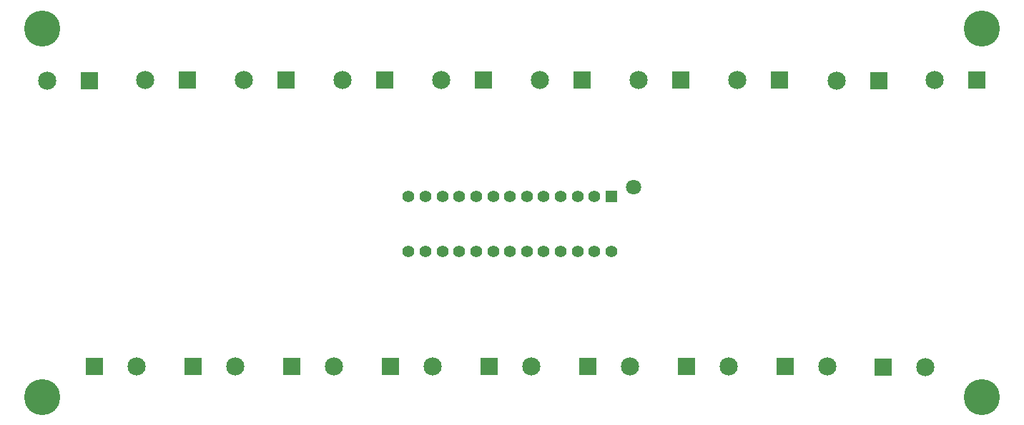
<source format=gbs>
%FSTAX23Y23*%
%MOIN*%
%SFA1B1*%

%IPPOS*%
%ADD15C,0.055240*%
%ADD16C,0.070990*%
%ADD17R,0.055240X0.055240*%
%ADD18C,0.084770*%
%ADD19R,0.084770X0.084770*%
%ADD20C,0.168000*%
%LNvolttap-1*%
%LPD*%
G54D15*
X02142Y008D03*
Y01055D03*
X023D03*
X02221D03*
X023Y008D03*
X02221D03*
X02693Y01055D03*
X02614D03*
X02536D03*
X02457D03*
X02378D03*
X02063D03*
X01985D03*
X01906D03*
X01827D03*
X02772Y008D03*
X02693D03*
X02614D03*
X02536D03*
X02457D03*
X02378D03*
X02063D03*
X01985D03*
X01906D03*
X01827D03*
G54D16*
X02876Y01099D03*
G54D17*
X02772Y01055D03*
G54D18*
X04236Y0026D03*
X03778Y00262D03*
X03318D03*
X02858D03*
X02398D03*
X01938D03*
X01478D03*
X01018D03*
X00558D03*
X00141Y01597D03*
X006Y016D03*
X0106D03*
X0152D03*
X0198D03*
X0244D03*
X029D03*
X0336D03*
X03821Y01597D03*
X0428Y016D03*
G54D19*
X0404Y0026D03*
X03581Y00262D03*
X03121D03*
X02661D03*
X02201D03*
X01741D03*
X01281D03*
X00821D03*
X00361D03*
X00338Y01597D03*
X00796Y016D03*
X01256D03*
X01716D03*
X02176D03*
X02636D03*
X03096D03*
X03556D03*
X04018Y01597D03*
X04476Y016D03*
G54D20*
X0012Y0184D03*
X045D03*
X0012Y0012D03*
X045D03*
M02*
</source>
